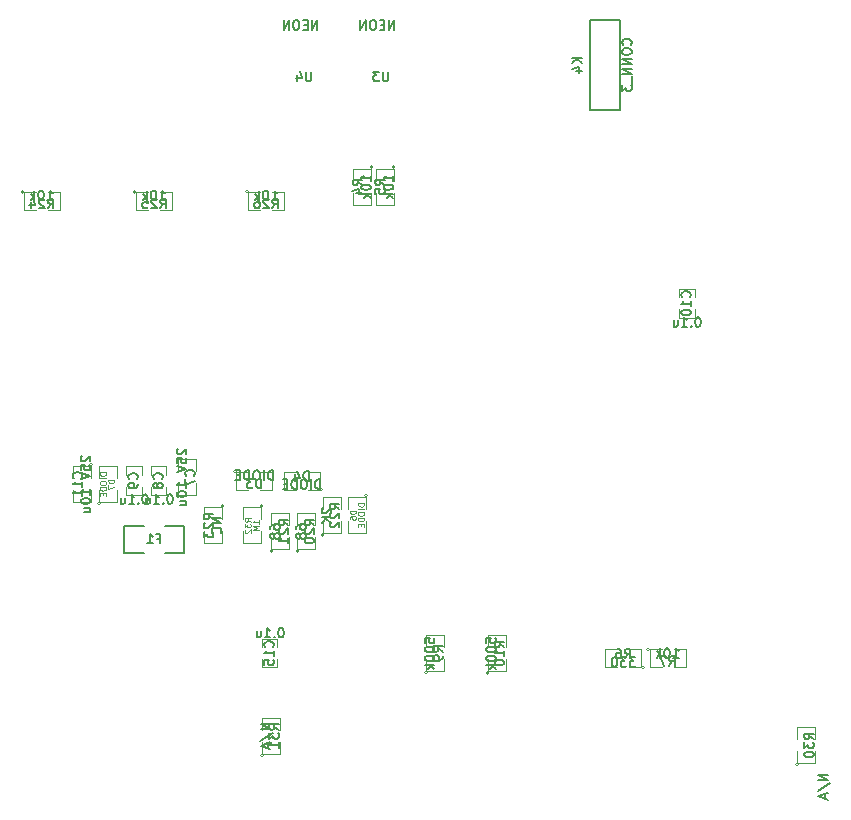
<source format=gbo>
G04 (created by PCBNEW (2013-07-07 BZR 4022)-stable) date 2014/09/07 1:12:15*
%MOIN*%
G04 Gerber Fmt 3.4, Leading zero omitted, Abs format*
%FSLAX34Y34*%
G01*
G70*
G90*
G04 APERTURE LIST*
%ADD10C,0.00590551*%
%ADD11C,0.005*%
%ADD12C,0.0039*%
%ADD13C,0.0047*%
%ADD14C,0.0043*%
G04 APERTURE END LIST*
G54D10*
G54D11*
X45062Y-42182D02*
X45062Y-41282D01*
X45062Y-41282D02*
X45712Y-41282D01*
X46412Y-42182D02*
X47062Y-42182D01*
X47062Y-42182D02*
X47062Y-41282D01*
X47062Y-41282D02*
X46412Y-41282D01*
X45712Y-42182D02*
X45062Y-42182D01*
G54D12*
X67545Y-49232D02*
G75*
G03X67545Y-49232I-50J0D01*
G74*
G01*
X67495Y-48782D02*
X67495Y-49182D01*
X67495Y-49182D02*
X68095Y-49182D01*
X68095Y-49182D02*
X68095Y-48782D01*
X68095Y-48382D02*
X68095Y-47982D01*
X68095Y-47982D02*
X67495Y-47982D01*
X67495Y-47982D02*
X67495Y-48382D01*
X51738Y-41575D02*
G75*
G03X51738Y-41575I-50J0D01*
G74*
G01*
X51688Y-41125D02*
X51688Y-41525D01*
X51688Y-41525D02*
X52288Y-41525D01*
X52288Y-41525D02*
X52288Y-41125D01*
X52288Y-40725D02*
X52288Y-40325D01*
X52288Y-40325D02*
X51688Y-40325D01*
X51688Y-40325D02*
X51688Y-40725D01*
X46915Y-40295D02*
G75*
G03X46915Y-40295I-50J0D01*
G74*
G01*
X46865Y-39845D02*
X46865Y-40245D01*
X46865Y-40245D02*
X47465Y-40245D01*
X47465Y-40245D02*
X47465Y-39845D01*
X47465Y-39445D02*
X47465Y-39045D01*
X47465Y-39045D02*
X46865Y-39045D01*
X46865Y-39045D02*
X46865Y-39445D01*
X44011Y-39231D02*
G75*
G03X44011Y-39231I-50J0D01*
G74*
G01*
X43961Y-39681D02*
X43961Y-39281D01*
X43961Y-39281D02*
X43361Y-39281D01*
X43361Y-39281D02*
X43361Y-39681D01*
X43361Y-40081D02*
X43361Y-40481D01*
X43361Y-40481D02*
X43961Y-40481D01*
X43961Y-40481D02*
X43961Y-40081D01*
X50891Y-42106D02*
G75*
G03X50891Y-42106I-50J0D01*
G74*
G01*
X50841Y-41656D02*
X50841Y-42056D01*
X50841Y-42056D02*
X51441Y-42056D01*
X51441Y-42056D02*
X51441Y-41656D01*
X51441Y-41256D02*
X51441Y-40856D01*
X51441Y-40856D02*
X50841Y-40856D01*
X50841Y-40856D02*
X50841Y-41256D01*
X50025Y-42106D02*
G75*
G03X50025Y-42106I-50J0D01*
G74*
G01*
X49975Y-41656D02*
X49975Y-42056D01*
X49975Y-42056D02*
X50575Y-42056D01*
X50575Y-42056D02*
X50575Y-41656D01*
X50575Y-41256D02*
X50575Y-40856D01*
X50575Y-40856D02*
X49975Y-40856D01*
X49975Y-40856D02*
X49975Y-41256D01*
X48381Y-40609D02*
G75*
G03X48381Y-40609I-50J0D01*
G74*
G01*
X48331Y-41059D02*
X48331Y-40659D01*
X48331Y-40659D02*
X47731Y-40659D01*
X47731Y-40659D02*
X47731Y-41059D01*
X47731Y-41459D02*
X47731Y-41859D01*
X47731Y-41859D02*
X48331Y-41859D01*
X48331Y-41859D02*
X48331Y-41459D01*
X51684Y-40063D02*
G75*
G03X51684Y-40063I-50J0D01*
G74*
G01*
X51184Y-40063D02*
X51584Y-40063D01*
X51584Y-40063D02*
X51584Y-39463D01*
X51584Y-39463D02*
X51184Y-39463D01*
X50784Y-39463D02*
X50384Y-39463D01*
X50384Y-39463D02*
X50384Y-40063D01*
X50384Y-40063D02*
X50784Y-40063D01*
X49710Y-48917D02*
G75*
G03X49710Y-48917I-50J0D01*
G74*
G01*
X49660Y-48467D02*
X49660Y-48867D01*
X49660Y-48867D02*
X50260Y-48867D01*
X50260Y-48867D02*
X50260Y-48467D01*
X50260Y-48067D02*
X50260Y-47667D01*
X50260Y-47667D02*
X49660Y-47667D01*
X49660Y-47667D02*
X49660Y-48067D01*
X53351Y-29310D02*
G75*
G03X53351Y-29310I-50J0D01*
G74*
G01*
X53301Y-29760D02*
X53301Y-29360D01*
X53301Y-29360D02*
X52701Y-29360D01*
X52701Y-29360D02*
X52701Y-29760D01*
X52701Y-30160D02*
X52701Y-30560D01*
X52701Y-30560D02*
X53301Y-30560D01*
X53301Y-30560D02*
X53301Y-30160D01*
X54100Y-29310D02*
G75*
G03X54100Y-29310I-50J0D01*
G74*
G01*
X54050Y-29760D02*
X54050Y-29360D01*
X54050Y-29360D02*
X53450Y-29360D01*
X53450Y-29360D02*
X53450Y-29760D01*
X53450Y-30160D02*
X53450Y-30560D01*
X53450Y-30560D02*
X54050Y-30560D01*
X54050Y-30560D02*
X54050Y-30160D01*
X62579Y-45388D02*
G75*
G03X62579Y-45388I-50J0D01*
G74*
G01*
X62979Y-45388D02*
X62579Y-45388D01*
X62579Y-45388D02*
X62579Y-45988D01*
X62579Y-45988D02*
X62979Y-45988D01*
X63379Y-45988D02*
X63779Y-45988D01*
X63779Y-45988D02*
X63779Y-45388D01*
X63779Y-45388D02*
X63379Y-45388D01*
X41722Y-30133D02*
G75*
G03X41722Y-30133I-50J0D01*
G74*
G01*
X42122Y-30133D02*
X41722Y-30133D01*
X41722Y-30133D02*
X41722Y-30733D01*
X41722Y-30733D02*
X42122Y-30733D01*
X42522Y-30733D02*
X42922Y-30733D01*
X42922Y-30733D02*
X42922Y-30133D01*
X42922Y-30133D02*
X42522Y-30133D01*
X55181Y-46163D02*
G75*
G03X55181Y-46163I-50J0D01*
G74*
G01*
X55131Y-45713D02*
X55131Y-46113D01*
X55131Y-46113D02*
X55731Y-46113D01*
X55731Y-46113D02*
X55731Y-45713D01*
X55731Y-45313D02*
X55731Y-44913D01*
X55731Y-44913D02*
X55131Y-44913D01*
X55131Y-44913D02*
X55131Y-45313D01*
X57228Y-46163D02*
G75*
G03X57228Y-46163I-50J0D01*
G74*
G01*
X57178Y-45713D02*
X57178Y-46113D01*
X57178Y-46113D02*
X57778Y-46113D01*
X57778Y-46113D02*
X57778Y-45713D01*
X57778Y-45313D02*
X57778Y-44913D01*
X57778Y-44913D02*
X57178Y-44913D01*
X57178Y-44913D02*
X57178Y-45313D01*
X45462Y-30133D02*
G75*
G03X45462Y-30133I-50J0D01*
G74*
G01*
X45862Y-30133D02*
X45462Y-30133D01*
X45462Y-30133D02*
X45462Y-30733D01*
X45462Y-30733D02*
X45862Y-30733D01*
X46262Y-30733D02*
X46662Y-30733D01*
X46662Y-30733D02*
X46662Y-30133D01*
X46662Y-30133D02*
X46262Y-30133D01*
X49203Y-30133D02*
G75*
G03X49203Y-30133I-50J0D01*
G74*
G01*
X49603Y-30133D02*
X49203Y-30133D01*
X49203Y-30133D02*
X49203Y-30733D01*
X49203Y-30733D02*
X49603Y-30733D01*
X50003Y-30733D02*
X50403Y-30733D01*
X50403Y-30733D02*
X50403Y-30133D01*
X50403Y-30133D02*
X50003Y-30133D01*
X62402Y-45988D02*
G75*
G03X62402Y-45988I-50J0D01*
G74*
G01*
X61902Y-45988D02*
X62302Y-45988D01*
X62302Y-45988D02*
X62302Y-45388D01*
X62302Y-45388D02*
X61902Y-45388D01*
X61502Y-45388D02*
X61102Y-45388D01*
X61102Y-45388D02*
X61102Y-45988D01*
X61102Y-45988D02*
X61502Y-45988D01*
X48809Y-39463D02*
G75*
G03X48809Y-39463I-50J0D01*
G74*
G01*
X49209Y-39463D02*
X48809Y-39463D01*
X48809Y-39463D02*
X48809Y-40063D01*
X48809Y-40063D02*
X49209Y-40063D01*
X49609Y-40063D02*
X50009Y-40063D01*
X50009Y-40063D02*
X50009Y-39463D01*
X50009Y-39463D02*
X49609Y-39463D01*
G54D13*
X45964Y-39566D02*
X45964Y-39291D01*
X45964Y-39960D02*
X45964Y-40235D01*
X46476Y-39566D02*
X46476Y-39291D01*
X46476Y-40235D02*
X46476Y-39960D01*
X46470Y-39291D02*
X45970Y-39291D01*
X45970Y-40235D02*
X46470Y-40235D01*
X45137Y-39566D02*
X45137Y-39291D01*
X45137Y-39960D02*
X45137Y-40235D01*
X45649Y-39566D02*
X45649Y-39291D01*
X45649Y-40235D02*
X45649Y-39960D01*
X45643Y-39291D02*
X45143Y-39291D01*
X45143Y-40235D02*
X45643Y-40235D01*
X50175Y-45710D02*
X50175Y-45985D01*
X50175Y-45316D02*
X50175Y-45041D01*
X49663Y-45710D02*
X49663Y-45985D01*
X49663Y-45041D02*
X49663Y-45316D01*
X49669Y-45985D02*
X50169Y-45985D01*
X50169Y-45041D02*
X49669Y-45041D01*
X63565Y-33658D02*
X63565Y-33383D01*
X63565Y-34052D02*
X63565Y-34327D01*
X64077Y-33658D02*
X64077Y-33383D01*
X64077Y-34327D02*
X64077Y-34052D01*
X64071Y-33383D02*
X63571Y-33383D01*
X63571Y-34327D02*
X64071Y-34327D01*
G54D10*
X60602Y-24405D02*
X60602Y-27405D01*
X60602Y-27405D02*
X61602Y-27405D01*
X61602Y-27405D02*
X61602Y-24405D01*
X61602Y-24405D02*
X60602Y-24405D01*
G54D12*
X53184Y-40255D02*
G75*
G03X53184Y-40255I-50J0D01*
G74*
G01*
X53134Y-40705D02*
X53134Y-40305D01*
X53134Y-40305D02*
X52534Y-40305D01*
X52534Y-40305D02*
X52534Y-40705D01*
X52534Y-41105D02*
X52534Y-41505D01*
X52534Y-41505D02*
X53134Y-41505D01*
X53134Y-41505D02*
X53134Y-41105D01*
X44277Y-40531D02*
G75*
G03X44277Y-40531I-50J0D01*
G74*
G01*
X44227Y-40081D02*
X44227Y-40481D01*
X44227Y-40481D02*
X44827Y-40481D01*
X44827Y-40481D02*
X44827Y-40081D01*
X44827Y-39681D02*
X44827Y-39281D01*
X44827Y-39281D02*
X44227Y-39281D01*
X44227Y-39281D02*
X44227Y-39681D01*
X49680Y-40609D02*
G75*
G03X49680Y-40609I-50J0D01*
G74*
G01*
X49630Y-41059D02*
X49630Y-40659D01*
X49630Y-40659D02*
X49030Y-40659D01*
X49030Y-40659D02*
X49030Y-41059D01*
X49030Y-41459D02*
X49030Y-41859D01*
X49030Y-41859D02*
X49630Y-41859D01*
X49630Y-41859D02*
X49630Y-41459D01*
G54D10*
X46167Y-41694D02*
X46272Y-41694D01*
X46272Y-41859D02*
X46272Y-41544D01*
X46122Y-41544D01*
X45838Y-41859D02*
X46017Y-41859D01*
X45928Y-41859D02*
X45928Y-41544D01*
X45958Y-41589D01*
X45988Y-41619D01*
X46017Y-41634D01*
X68047Y-48380D02*
X67897Y-48275D01*
X68047Y-48200D02*
X67732Y-48200D01*
X67732Y-48320D01*
X67747Y-48350D01*
X67762Y-48365D01*
X67792Y-48380D01*
X67837Y-48380D01*
X67867Y-48365D01*
X67882Y-48350D01*
X67897Y-48320D01*
X67897Y-48200D01*
X67732Y-48485D02*
X67732Y-48680D01*
X67852Y-48575D01*
X67852Y-48620D01*
X67867Y-48650D01*
X67882Y-48665D01*
X67912Y-48680D01*
X67987Y-48680D01*
X68017Y-48665D01*
X68032Y-48650D01*
X68047Y-48620D01*
X68047Y-48530D01*
X68032Y-48500D01*
X68017Y-48485D01*
X67732Y-48875D02*
X67732Y-48905D01*
X67747Y-48935D01*
X67762Y-48950D01*
X67792Y-48965D01*
X67852Y-48980D01*
X67927Y-48980D01*
X67987Y-48965D01*
X68017Y-48950D01*
X68032Y-48935D01*
X68047Y-48905D01*
X68047Y-48875D01*
X68032Y-48845D01*
X68017Y-48830D01*
X67987Y-48815D01*
X67927Y-48800D01*
X67852Y-48800D01*
X67792Y-48815D01*
X67762Y-48830D01*
X67747Y-48845D01*
X67732Y-48875D01*
X68513Y-49570D02*
X68198Y-49570D01*
X68513Y-49750D01*
X68198Y-49750D01*
X68183Y-50125D02*
X68588Y-49855D01*
X68423Y-50215D02*
X68423Y-50365D01*
X68513Y-50185D02*
X68198Y-50290D01*
X68513Y-50395D01*
X52240Y-40722D02*
X52090Y-40617D01*
X52240Y-40542D02*
X51925Y-40542D01*
X51925Y-40662D01*
X51940Y-40692D01*
X51955Y-40707D01*
X51985Y-40722D01*
X52030Y-40722D01*
X52060Y-40707D01*
X52075Y-40692D01*
X52090Y-40662D01*
X52090Y-40542D01*
X51955Y-40842D02*
X51940Y-40857D01*
X51925Y-40887D01*
X51925Y-40962D01*
X51940Y-40992D01*
X51955Y-41007D01*
X51985Y-41022D01*
X52015Y-41022D01*
X52060Y-41007D01*
X52240Y-40827D01*
X52240Y-41022D01*
X51955Y-41142D02*
X51940Y-41157D01*
X51925Y-41187D01*
X51925Y-41262D01*
X51940Y-41292D01*
X51955Y-41307D01*
X51985Y-41322D01*
X52015Y-41322D01*
X52060Y-41307D01*
X52240Y-41127D01*
X52240Y-41322D01*
X51680Y-40677D02*
X51665Y-40692D01*
X51650Y-40722D01*
X51650Y-40797D01*
X51665Y-40827D01*
X51680Y-40842D01*
X51710Y-40857D01*
X51740Y-40857D01*
X51785Y-40842D01*
X51965Y-40662D01*
X51965Y-40857D01*
X51965Y-40992D02*
X51650Y-40992D01*
X51965Y-41172D02*
X51785Y-41037D01*
X51650Y-41172D02*
X51830Y-40992D01*
X47387Y-39593D02*
X47402Y-39578D01*
X47417Y-39533D01*
X47417Y-39503D01*
X47402Y-39458D01*
X47372Y-39428D01*
X47342Y-39413D01*
X47282Y-39398D01*
X47237Y-39398D01*
X47177Y-39413D01*
X47147Y-39428D01*
X47117Y-39458D01*
X47102Y-39503D01*
X47102Y-39533D01*
X47117Y-39578D01*
X47132Y-39593D01*
X47102Y-39698D02*
X47102Y-39908D01*
X47417Y-39773D01*
X46857Y-38708D02*
X46842Y-38723D01*
X46827Y-38753D01*
X46827Y-38828D01*
X46842Y-38858D01*
X46857Y-38873D01*
X46887Y-38888D01*
X46917Y-38888D01*
X46962Y-38873D01*
X47142Y-38693D01*
X47142Y-38888D01*
X46827Y-39173D02*
X46827Y-39023D01*
X46977Y-39008D01*
X46962Y-39023D01*
X46947Y-39053D01*
X46947Y-39128D01*
X46962Y-39158D01*
X46977Y-39173D01*
X47007Y-39188D01*
X47082Y-39188D01*
X47112Y-39173D01*
X47127Y-39158D01*
X47142Y-39128D01*
X47142Y-39053D01*
X47127Y-39023D01*
X47112Y-39008D01*
X46827Y-39278D02*
X47142Y-39383D01*
X46827Y-39488D01*
X47142Y-39998D02*
X47142Y-39818D01*
X47142Y-39908D02*
X46827Y-39908D01*
X46872Y-39878D01*
X46902Y-39848D01*
X46917Y-39818D01*
X46827Y-40193D02*
X46827Y-40223D01*
X46842Y-40253D01*
X46857Y-40268D01*
X46887Y-40283D01*
X46947Y-40298D01*
X47022Y-40298D01*
X47082Y-40283D01*
X47112Y-40268D01*
X47127Y-40253D01*
X47142Y-40223D01*
X47142Y-40193D01*
X47127Y-40163D01*
X47112Y-40148D01*
X47082Y-40133D01*
X47022Y-40118D01*
X46947Y-40118D01*
X46887Y-40133D01*
X46857Y-40148D01*
X46842Y-40163D01*
X46827Y-40193D01*
X46932Y-40568D02*
X47142Y-40568D01*
X46932Y-40433D02*
X47097Y-40433D01*
X47127Y-40448D01*
X47142Y-40478D01*
X47142Y-40523D01*
X47127Y-40553D01*
X47112Y-40568D01*
X43633Y-39679D02*
X43648Y-39664D01*
X43663Y-39619D01*
X43663Y-39589D01*
X43648Y-39544D01*
X43618Y-39514D01*
X43588Y-39499D01*
X43528Y-39484D01*
X43483Y-39484D01*
X43423Y-39499D01*
X43393Y-39514D01*
X43363Y-39544D01*
X43348Y-39589D01*
X43348Y-39619D01*
X43363Y-39664D01*
X43378Y-39679D01*
X43663Y-39979D02*
X43663Y-39799D01*
X43663Y-39889D02*
X43348Y-39889D01*
X43393Y-39859D01*
X43423Y-39829D01*
X43438Y-39799D01*
X43663Y-40279D02*
X43663Y-40099D01*
X43663Y-40189D02*
X43348Y-40189D01*
X43393Y-40159D01*
X43423Y-40129D01*
X43438Y-40099D01*
X43653Y-38944D02*
X43638Y-38959D01*
X43623Y-38989D01*
X43623Y-39064D01*
X43638Y-39094D01*
X43653Y-39109D01*
X43683Y-39124D01*
X43713Y-39124D01*
X43758Y-39109D01*
X43938Y-38929D01*
X43938Y-39124D01*
X43623Y-39409D02*
X43623Y-39259D01*
X43773Y-39244D01*
X43758Y-39259D01*
X43743Y-39289D01*
X43743Y-39364D01*
X43758Y-39394D01*
X43773Y-39409D01*
X43803Y-39424D01*
X43878Y-39424D01*
X43908Y-39409D01*
X43923Y-39394D01*
X43938Y-39364D01*
X43938Y-39289D01*
X43923Y-39259D01*
X43908Y-39244D01*
X43623Y-39514D02*
X43938Y-39619D01*
X43623Y-39724D01*
X43938Y-40234D02*
X43938Y-40054D01*
X43938Y-40144D02*
X43623Y-40144D01*
X43668Y-40114D01*
X43698Y-40084D01*
X43713Y-40054D01*
X43623Y-40429D02*
X43623Y-40459D01*
X43638Y-40489D01*
X43653Y-40504D01*
X43683Y-40519D01*
X43743Y-40534D01*
X43818Y-40534D01*
X43878Y-40519D01*
X43908Y-40504D01*
X43923Y-40489D01*
X43938Y-40459D01*
X43938Y-40429D01*
X43923Y-40399D01*
X43908Y-40384D01*
X43878Y-40369D01*
X43818Y-40354D01*
X43743Y-40354D01*
X43683Y-40369D01*
X43653Y-40384D01*
X43638Y-40399D01*
X43623Y-40429D01*
X43728Y-40804D02*
X43938Y-40804D01*
X43728Y-40669D02*
X43893Y-40669D01*
X43923Y-40684D01*
X43938Y-40714D01*
X43938Y-40759D01*
X43923Y-40789D01*
X43908Y-40804D01*
X51394Y-41254D02*
X51244Y-41149D01*
X51394Y-41074D02*
X51079Y-41074D01*
X51079Y-41194D01*
X51094Y-41224D01*
X51109Y-41239D01*
X51139Y-41254D01*
X51184Y-41254D01*
X51214Y-41239D01*
X51229Y-41224D01*
X51244Y-41194D01*
X51244Y-41074D01*
X51109Y-41374D02*
X51094Y-41389D01*
X51079Y-41419D01*
X51079Y-41494D01*
X51094Y-41524D01*
X51109Y-41539D01*
X51139Y-41554D01*
X51169Y-41554D01*
X51214Y-41539D01*
X51394Y-41359D01*
X51394Y-41554D01*
X51079Y-41749D02*
X51079Y-41779D01*
X51094Y-41809D01*
X51109Y-41824D01*
X51139Y-41839D01*
X51199Y-41854D01*
X51274Y-41854D01*
X51334Y-41839D01*
X51364Y-41824D01*
X51379Y-41809D01*
X51394Y-41779D01*
X51394Y-41749D01*
X51379Y-41719D01*
X51364Y-41704D01*
X51334Y-41689D01*
X51274Y-41674D01*
X51199Y-41674D01*
X51139Y-41689D01*
X51109Y-41704D01*
X51094Y-41719D01*
X51079Y-41749D01*
X50804Y-41366D02*
X50804Y-41306D01*
X50819Y-41276D01*
X50834Y-41261D01*
X50879Y-41231D01*
X50939Y-41216D01*
X51059Y-41216D01*
X51089Y-41231D01*
X51104Y-41246D01*
X51119Y-41276D01*
X51119Y-41336D01*
X51104Y-41366D01*
X51089Y-41381D01*
X51059Y-41396D01*
X50984Y-41396D01*
X50954Y-41381D01*
X50939Y-41366D01*
X50924Y-41336D01*
X50924Y-41276D01*
X50939Y-41246D01*
X50954Y-41231D01*
X50984Y-41216D01*
X50939Y-41576D02*
X50924Y-41546D01*
X50909Y-41531D01*
X50879Y-41516D01*
X50864Y-41516D01*
X50834Y-41531D01*
X50819Y-41546D01*
X50804Y-41576D01*
X50804Y-41636D01*
X50819Y-41666D01*
X50834Y-41681D01*
X50864Y-41696D01*
X50879Y-41696D01*
X50909Y-41681D01*
X50924Y-41666D01*
X50939Y-41636D01*
X50939Y-41576D01*
X50954Y-41546D01*
X50969Y-41531D01*
X50999Y-41516D01*
X51059Y-41516D01*
X51089Y-41531D01*
X51104Y-41546D01*
X51119Y-41576D01*
X51119Y-41636D01*
X51104Y-41666D01*
X51089Y-41681D01*
X51059Y-41696D01*
X50999Y-41696D01*
X50969Y-41681D01*
X50954Y-41666D01*
X50939Y-41636D01*
X50528Y-41254D02*
X50378Y-41149D01*
X50528Y-41074D02*
X50213Y-41074D01*
X50213Y-41194D01*
X50228Y-41224D01*
X50243Y-41239D01*
X50273Y-41254D01*
X50318Y-41254D01*
X50348Y-41239D01*
X50363Y-41224D01*
X50378Y-41194D01*
X50378Y-41074D01*
X50243Y-41374D02*
X50228Y-41389D01*
X50213Y-41419D01*
X50213Y-41494D01*
X50228Y-41524D01*
X50243Y-41539D01*
X50273Y-41554D01*
X50303Y-41554D01*
X50348Y-41539D01*
X50528Y-41359D01*
X50528Y-41554D01*
X50528Y-41854D02*
X50528Y-41674D01*
X50528Y-41764D02*
X50213Y-41764D01*
X50258Y-41734D01*
X50288Y-41704D01*
X50303Y-41674D01*
X49938Y-41366D02*
X49938Y-41306D01*
X49953Y-41276D01*
X49968Y-41261D01*
X50013Y-41231D01*
X50073Y-41216D01*
X50193Y-41216D01*
X50223Y-41231D01*
X50238Y-41246D01*
X50253Y-41276D01*
X50253Y-41336D01*
X50238Y-41366D01*
X50223Y-41381D01*
X50193Y-41396D01*
X50118Y-41396D01*
X50088Y-41381D01*
X50073Y-41366D01*
X50058Y-41336D01*
X50058Y-41276D01*
X50073Y-41246D01*
X50088Y-41231D01*
X50118Y-41216D01*
X50073Y-41576D02*
X50058Y-41546D01*
X50043Y-41531D01*
X50013Y-41516D01*
X49998Y-41516D01*
X49968Y-41531D01*
X49953Y-41546D01*
X49938Y-41576D01*
X49938Y-41636D01*
X49953Y-41666D01*
X49968Y-41681D01*
X49998Y-41696D01*
X50013Y-41696D01*
X50043Y-41681D01*
X50058Y-41666D01*
X50073Y-41636D01*
X50073Y-41576D01*
X50088Y-41546D01*
X50103Y-41531D01*
X50133Y-41516D01*
X50193Y-41516D01*
X50223Y-41531D01*
X50238Y-41546D01*
X50253Y-41576D01*
X50253Y-41636D01*
X50238Y-41666D01*
X50223Y-41681D01*
X50193Y-41696D01*
X50133Y-41696D01*
X50103Y-41681D01*
X50088Y-41666D01*
X50073Y-41636D01*
X48033Y-41057D02*
X47883Y-40952D01*
X48033Y-40877D02*
X47719Y-40877D01*
X47719Y-40997D01*
X47734Y-41027D01*
X47749Y-41042D01*
X47779Y-41057D01*
X47824Y-41057D01*
X47854Y-41042D01*
X47869Y-41027D01*
X47883Y-40997D01*
X47883Y-40877D01*
X47749Y-41177D02*
X47734Y-41192D01*
X47719Y-41222D01*
X47719Y-41297D01*
X47734Y-41327D01*
X47749Y-41342D01*
X47779Y-41357D01*
X47809Y-41357D01*
X47854Y-41342D01*
X48033Y-41162D01*
X48033Y-41357D01*
X47719Y-41462D02*
X47719Y-41657D01*
X47839Y-41552D01*
X47839Y-41597D01*
X47854Y-41627D01*
X47869Y-41642D01*
X47898Y-41657D01*
X47973Y-41657D01*
X48003Y-41642D01*
X48018Y-41627D01*
X48033Y-41597D01*
X48033Y-41507D01*
X48018Y-41477D01*
X48003Y-41462D01*
X48308Y-41012D02*
X47994Y-41012D01*
X48308Y-41192D01*
X47994Y-41192D01*
X48278Y-41522D02*
X48293Y-41507D01*
X48308Y-41462D01*
X48308Y-41432D01*
X48293Y-41387D01*
X48263Y-41357D01*
X48233Y-41342D01*
X48173Y-41327D01*
X48129Y-41327D01*
X48069Y-41342D01*
X48039Y-41357D01*
X48009Y-41387D01*
X47994Y-41432D01*
X47994Y-41462D01*
X48009Y-41507D01*
X48024Y-41522D01*
X51216Y-39766D02*
X51216Y-39451D01*
X51141Y-39451D01*
X51096Y-39466D01*
X51066Y-39496D01*
X51051Y-39526D01*
X51036Y-39586D01*
X51036Y-39631D01*
X51051Y-39691D01*
X51066Y-39721D01*
X51096Y-39751D01*
X51141Y-39766D01*
X51216Y-39766D01*
X50766Y-39556D02*
X50766Y-39766D01*
X50841Y-39436D02*
X50916Y-39661D01*
X50721Y-39661D01*
X51606Y-40041D02*
X51606Y-39726D01*
X51531Y-39726D01*
X51486Y-39741D01*
X51456Y-39771D01*
X51441Y-39801D01*
X51426Y-39861D01*
X51426Y-39906D01*
X51441Y-39966D01*
X51456Y-39996D01*
X51486Y-40026D01*
X51531Y-40041D01*
X51606Y-40041D01*
X51291Y-40041D02*
X51291Y-39726D01*
X51081Y-39726D02*
X51021Y-39726D01*
X50991Y-39741D01*
X50961Y-39771D01*
X50946Y-39831D01*
X50946Y-39936D01*
X50961Y-39996D01*
X50991Y-40026D01*
X51021Y-40041D01*
X51081Y-40041D01*
X51111Y-40026D01*
X51141Y-39996D01*
X51156Y-39936D01*
X51156Y-39831D01*
X51141Y-39771D01*
X51111Y-39741D01*
X51081Y-39726D01*
X50811Y-40041D02*
X50811Y-39726D01*
X50736Y-39726D01*
X50691Y-39741D01*
X50661Y-39771D01*
X50646Y-39801D01*
X50631Y-39861D01*
X50631Y-39906D01*
X50646Y-39966D01*
X50661Y-39996D01*
X50691Y-40026D01*
X50736Y-40041D01*
X50811Y-40041D01*
X50496Y-39876D02*
X50391Y-39876D01*
X50346Y-40041D02*
X50496Y-40041D01*
X50496Y-39726D01*
X50346Y-39726D01*
X50213Y-48065D02*
X50063Y-47960D01*
X50213Y-47885D02*
X49898Y-47885D01*
X49898Y-48005D01*
X49913Y-48035D01*
X49928Y-48050D01*
X49958Y-48065D01*
X50003Y-48065D01*
X50033Y-48050D01*
X50048Y-48035D01*
X50063Y-48005D01*
X50063Y-47885D01*
X49898Y-48170D02*
X49898Y-48365D01*
X50018Y-48260D01*
X50018Y-48305D01*
X50033Y-48335D01*
X50048Y-48350D01*
X50078Y-48365D01*
X50153Y-48365D01*
X50183Y-48350D01*
X50198Y-48335D01*
X50213Y-48305D01*
X50213Y-48215D01*
X50198Y-48185D01*
X50183Y-48170D01*
X50213Y-48665D02*
X50213Y-48485D01*
X50213Y-48575D02*
X49898Y-48575D01*
X49943Y-48545D01*
X49973Y-48515D01*
X49988Y-48485D01*
X49938Y-47877D02*
X49623Y-47877D01*
X49938Y-48057D01*
X49623Y-48057D01*
X49608Y-48432D02*
X50013Y-48162D01*
X49848Y-48522D02*
X49848Y-48672D01*
X49938Y-48492D02*
X49623Y-48597D01*
X49938Y-48702D01*
X53004Y-29908D02*
X52854Y-29803D01*
X53004Y-29728D02*
X52689Y-29728D01*
X52689Y-29848D01*
X52704Y-29878D01*
X52719Y-29893D01*
X52749Y-29908D01*
X52794Y-29908D01*
X52824Y-29893D01*
X52839Y-29878D01*
X52854Y-29848D01*
X52854Y-29728D01*
X52794Y-30178D02*
X53004Y-30178D01*
X52674Y-30103D02*
X52899Y-30028D01*
X52899Y-30223D01*
X53279Y-29773D02*
X53279Y-29593D01*
X53279Y-29683D02*
X52964Y-29683D01*
X53009Y-29653D01*
X53039Y-29623D01*
X53054Y-29593D01*
X52964Y-29968D02*
X52964Y-29998D01*
X52979Y-30028D01*
X52994Y-30043D01*
X53024Y-30058D01*
X53084Y-30073D01*
X53159Y-30073D01*
X53219Y-30058D01*
X53249Y-30043D01*
X53264Y-30028D01*
X53279Y-29998D01*
X53279Y-29968D01*
X53264Y-29938D01*
X53249Y-29923D01*
X53219Y-29908D01*
X53159Y-29893D01*
X53084Y-29893D01*
X53024Y-29908D01*
X52994Y-29923D01*
X52979Y-29938D01*
X52964Y-29968D01*
X53279Y-30208D02*
X52964Y-30208D01*
X53159Y-30238D02*
X53279Y-30328D01*
X53069Y-30328D02*
X53189Y-30208D01*
X53752Y-29908D02*
X53602Y-29803D01*
X53752Y-29728D02*
X53437Y-29728D01*
X53437Y-29848D01*
X53452Y-29878D01*
X53467Y-29893D01*
X53497Y-29908D01*
X53542Y-29908D01*
X53572Y-29893D01*
X53587Y-29878D01*
X53602Y-29848D01*
X53602Y-29728D01*
X53437Y-30193D02*
X53437Y-30043D01*
X53587Y-30028D01*
X53572Y-30043D01*
X53557Y-30073D01*
X53557Y-30148D01*
X53572Y-30178D01*
X53587Y-30193D01*
X53617Y-30208D01*
X53692Y-30208D01*
X53722Y-30193D01*
X53737Y-30178D01*
X53752Y-30148D01*
X53752Y-30073D01*
X53737Y-30043D01*
X53722Y-30028D01*
X54027Y-29773D02*
X54027Y-29593D01*
X54027Y-29683D02*
X53712Y-29683D01*
X53757Y-29653D01*
X53787Y-29623D01*
X53802Y-29593D01*
X53712Y-29968D02*
X53712Y-29998D01*
X53727Y-30028D01*
X53742Y-30043D01*
X53772Y-30058D01*
X53832Y-30073D01*
X53907Y-30073D01*
X53967Y-30058D01*
X53997Y-30043D01*
X54012Y-30028D01*
X54027Y-29998D01*
X54027Y-29968D01*
X54012Y-29938D01*
X53997Y-29923D01*
X53967Y-29908D01*
X53907Y-29893D01*
X53832Y-29893D01*
X53772Y-29908D01*
X53742Y-29923D01*
X53727Y-29938D01*
X53712Y-29968D01*
X54027Y-30208D02*
X53712Y-30208D01*
X53907Y-30238D02*
X54027Y-30328D01*
X53817Y-30328D02*
X53937Y-30208D01*
X63231Y-45941D02*
X63336Y-45791D01*
X63411Y-45941D02*
X63411Y-45626D01*
X63291Y-45626D01*
X63261Y-45641D01*
X63246Y-45656D01*
X63231Y-45686D01*
X63231Y-45731D01*
X63246Y-45761D01*
X63261Y-45776D01*
X63291Y-45791D01*
X63411Y-45791D01*
X63126Y-45626D02*
X62916Y-45626D01*
X63051Y-45941D01*
X63366Y-45666D02*
X63546Y-45666D01*
X63456Y-45666D02*
X63456Y-45351D01*
X63486Y-45396D01*
X63516Y-45426D01*
X63546Y-45441D01*
X63171Y-45351D02*
X63141Y-45351D01*
X63111Y-45366D01*
X63096Y-45381D01*
X63081Y-45411D01*
X63066Y-45471D01*
X63066Y-45546D01*
X63081Y-45606D01*
X63096Y-45636D01*
X63111Y-45651D01*
X63141Y-45666D01*
X63171Y-45666D01*
X63201Y-45651D01*
X63216Y-45636D01*
X63231Y-45606D01*
X63246Y-45546D01*
X63246Y-45471D01*
X63231Y-45411D01*
X63216Y-45381D01*
X63201Y-45366D01*
X63171Y-45351D01*
X62931Y-45666D02*
X62931Y-45351D01*
X62901Y-45546D02*
X62811Y-45666D01*
X62811Y-45456D02*
X62931Y-45576D01*
X42525Y-30685D02*
X42630Y-30535D01*
X42705Y-30685D02*
X42705Y-30370D01*
X42585Y-30370D01*
X42555Y-30385D01*
X42540Y-30400D01*
X42525Y-30430D01*
X42525Y-30475D01*
X42540Y-30505D01*
X42555Y-30520D01*
X42585Y-30535D01*
X42705Y-30535D01*
X42405Y-30400D02*
X42390Y-30385D01*
X42360Y-30370D01*
X42285Y-30370D01*
X42255Y-30385D01*
X42240Y-30400D01*
X42225Y-30430D01*
X42225Y-30460D01*
X42240Y-30505D01*
X42420Y-30685D01*
X42225Y-30685D01*
X41955Y-30475D02*
X41955Y-30685D01*
X42030Y-30355D02*
X42105Y-30580D01*
X41910Y-30580D01*
X42510Y-30410D02*
X42690Y-30410D01*
X42600Y-30410D02*
X42600Y-30095D01*
X42630Y-30140D01*
X42660Y-30170D01*
X42690Y-30185D01*
X42315Y-30095D02*
X42285Y-30095D01*
X42255Y-30110D01*
X42240Y-30125D01*
X42225Y-30155D01*
X42210Y-30215D01*
X42210Y-30290D01*
X42225Y-30350D01*
X42240Y-30380D01*
X42255Y-30395D01*
X42285Y-30410D01*
X42315Y-30410D01*
X42345Y-30395D01*
X42360Y-30380D01*
X42375Y-30350D01*
X42390Y-30290D01*
X42390Y-30215D01*
X42375Y-30155D01*
X42360Y-30125D01*
X42345Y-30110D01*
X42315Y-30095D01*
X42075Y-30410D02*
X42075Y-30095D01*
X42045Y-30290D02*
X41955Y-30410D01*
X41955Y-30200D02*
X42075Y-30320D01*
X55683Y-45460D02*
X55533Y-45355D01*
X55683Y-45280D02*
X55369Y-45280D01*
X55369Y-45400D01*
X55384Y-45430D01*
X55399Y-45445D01*
X55429Y-45460D01*
X55474Y-45460D01*
X55504Y-45445D01*
X55519Y-45430D01*
X55533Y-45400D01*
X55533Y-45280D01*
X55683Y-45610D02*
X55683Y-45670D01*
X55668Y-45700D01*
X55653Y-45715D01*
X55608Y-45745D01*
X55548Y-45760D01*
X55429Y-45760D01*
X55399Y-45745D01*
X55384Y-45730D01*
X55369Y-45700D01*
X55369Y-45640D01*
X55384Y-45610D01*
X55399Y-45595D01*
X55429Y-45580D01*
X55504Y-45580D01*
X55533Y-45595D01*
X55548Y-45610D01*
X55563Y-45640D01*
X55563Y-45700D01*
X55548Y-45730D01*
X55533Y-45745D01*
X55504Y-45760D01*
X55094Y-45160D02*
X55094Y-45010D01*
X55244Y-44995D01*
X55229Y-45010D01*
X55214Y-45040D01*
X55214Y-45115D01*
X55229Y-45145D01*
X55244Y-45160D01*
X55273Y-45175D01*
X55348Y-45175D01*
X55378Y-45160D01*
X55393Y-45145D01*
X55408Y-45115D01*
X55408Y-45040D01*
X55393Y-45010D01*
X55378Y-44995D01*
X55094Y-45370D02*
X55094Y-45400D01*
X55109Y-45430D01*
X55124Y-45445D01*
X55154Y-45460D01*
X55214Y-45475D01*
X55288Y-45475D01*
X55348Y-45460D01*
X55378Y-45445D01*
X55393Y-45430D01*
X55408Y-45400D01*
X55408Y-45370D01*
X55393Y-45340D01*
X55378Y-45325D01*
X55348Y-45310D01*
X55288Y-45295D01*
X55214Y-45295D01*
X55154Y-45310D01*
X55124Y-45325D01*
X55109Y-45340D01*
X55094Y-45370D01*
X55094Y-45670D02*
X55094Y-45700D01*
X55109Y-45730D01*
X55124Y-45745D01*
X55154Y-45760D01*
X55214Y-45775D01*
X55288Y-45775D01*
X55348Y-45760D01*
X55378Y-45745D01*
X55393Y-45730D01*
X55408Y-45700D01*
X55408Y-45670D01*
X55393Y-45640D01*
X55378Y-45625D01*
X55348Y-45610D01*
X55288Y-45595D01*
X55214Y-45595D01*
X55154Y-45610D01*
X55124Y-45625D01*
X55109Y-45640D01*
X55094Y-45670D01*
X55408Y-45910D02*
X55094Y-45910D01*
X55288Y-45940D02*
X55408Y-46030D01*
X55199Y-46030D02*
X55318Y-45910D01*
X57731Y-45310D02*
X57581Y-45205D01*
X57731Y-45130D02*
X57416Y-45130D01*
X57416Y-45250D01*
X57431Y-45280D01*
X57446Y-45295D01*
X57476Y-45310D01*
X57521Y-45310D01*
X57551Y-45295D01*
X57566Y-45280D01*
X57581Y-45250D01*
X57581Y-45130D01*
X57731Y-45610D02*
X57731Y-45430D01*
X57731Y-45520D02*
X57416Y-45520D01*
X57461Y-45490D01*
X57491Y-45460D01*
X57506Y-45430D01*
X57416Y-45805D02*
X57416Y-45835D01*
X57431Y-45865D01*
X57446Y-45880D01*
X57476Y-45895D01*
X57536Y-45910D01*
X57611Y-45910D01*
X57671Y-45895D01*
X57701Y-45880D01*
X57716Y-45865D01*
X57731Y-45835D01*
X57731Y-45805D01*
X57716Y-45775D01*
X57701Y-45760D01*
X57671Y-45745D01*
X57611Y-45730D01*
X57536Y-45730D01*
X57476Y-45745D01*
X57446Y-45760D01*
X57431Y-45775D01*
X57416Y-45805D01*
X57141Y-45160D02*
X57141Y-45010D01*
X57291Y-44995D01*
X57276Y-45010D01*
X57261Y-45040D01*
X57261Y-45115D01*
X57276Y-45145D01*
X57291Y-45160D01*
X57321Y-45175D01*
X57396Y-45175D01*
X57426Y-45160D01*
X57441Y-45145D01*
X57456Y-45115D01*
X57456Y-45040D01*
X57441Y-45010D01*
X57426Y-44995D01*
X57141Y-45370D02*
X57141Y-45400D01*
X57156Y-45430D01*
X57171Y-45445D01*
X57201Y-45460D01*
X57261Y-45475D01*
X57336Y-45475D01*
X57396Y-45460D01*
X57426Y-45445D01*
X57441Y-45430D01*
X57456Y-45400D01*
X57456Y-45370D01*
X57441Y-45340D01*
X57426Y-45325D01*
X57396Y-45310D01*
X57336Y-45295D01*
X57261Y-45295D01*
X57201Y-45310D01*
X57171Y-45325D01*
X57156Y-45340D01*
X57141Y-45370D01*
X57141Y-45670D02*
X57141Y-45700D01*
X57156Y-45730D01*
X57171Y-45745D01*
X57201Y-45760D01*
X57261Y-45775D01*
X57336Y-45775D01*
X57396Y-45760D01*
X57426Y-45745D01*
X57441Y-45730D01*
X57456Y-45700D01*
X57456Y-45670D01*
X57441Y-45640D01*
X57426Y-45625D01*
X57396Y-45610D01*
X57336Y-45595D01*
X57261Y-45595D01*
X57201Y-45610D01*
X57171Y-45625D01*
X57156Y-45640D01*
X57141Y-45670D01*
X57456Y-45910D02*
X57141Y-45910D01*
X57336Y-45940D02*
X57456Y-46030D01*
X57246Y-46030D02*
X57366Y-45910D01*
X46265Y-30685D02*
X46370Y-30535D01*
X46445Y-30685D02*
X46445Y-30370D01*
X46325Y-30370D01*
X46295Y-30385D01*
X46280Y-30400D01*
X46265Y-30430D01*
X46265Y-30475D01*
X46280Y-30505D01*
X46295Y-30520D01*
X46325Y-30535D01*
X46445Y-30535D01*
X46145Y-30400D02*
X46130Y-30385D01*
X46100Y-30370D01*
X46025Y-30370D01*
X45995Y-30385D01*
X45980Y-30400D01*
X45965Y-30430D01*
X45965Y-30460D01*
X45980Y-30505D01*
X46160Y-30685D01*
X45965Y-30685D01*
X45680Y-30370D02*
X45830Y-30370D01*
X45845Y-30520D01*
X45830Y-30505D01*
X45800Y-30490D01*
X45725Y-30490D01*
X45695Y-30505D01*
X45680Y-30520D01*
X45665Y-30550D01*
X45665Y-30625D01*
X45680Y-30655D01*
X45695Y-30670D01*
X45725Y-30685D01*
X45800Y-30685D01*
X45830Y-30670D01*
X45845Y-30655D01*
X46250Y-30410D02*
X46430Y-30410D01*
X46340Y-30410D02*
X46340Y-30095D01*
X46370Y-30140D01*
X46400Y-30170D01*
X46430Y-30185D01*
X46055Y-30095D02*
X46025Y-30095D01*
X45995Y-30110D01*
X45980Y-30125D01*
X45965Y-30155D01*
X45950Y-30215D01*
X45950Y-30290D01*
X45965Y-30350D01*
X45980Y-30380D01*
X45995Y-30395D01*
X46025Y-30410D01*
X46055Y-30410D01*
X46085Y-30395D01*
X46100Y-30380D01*
X46115Y-30350D01*
X46130Y-30290D01*
X46130Y-30215D01*
X46115Y-30155D01*
X46100Y-30125D01*
X46085Y-30110D01*
X46055Y-30095D01*
X45815Y-30410D02*
X45815Y-30095D01*
X45785Y-30290D02*
X45695Y-30410D01*
X45695Y-30200D02*
X45815Y-30320D01*
X50005Y-30685D02*
X50110Y-30535D01*
X50185Y-30685D02*
X50185Y-30370D01*
X50065Y-30370D01*
X50035Y-30385D01*
X50020Y-30400D01*
X50005Y-30430D01*
X50005Y-30475D01*
X50020Y-30505D01*
X50035Y-30520D01*
X50065Y-30535D01*
X50185Y-30535D01*
X49885Y-30400D02*
X49870Y-30385D01*
X49840Y-30370D01*
X49765Y-30370D01*
X49735Y-30385D01*
X49720Y-30400D01*
X49705Y-30430D01*
X49705Y-30460D01*
X49720Y-30505D01*
X49900Y-30685D01*
X49705Y-30685D01*
X49435Y-30370D02*
X49495Y-30370D01*
X49525Y-30385D01*
X49540Y-30400D01*
X49570Y-30445D01*
X49585Y-30505D01*
X49585Y-30625D01*
X49570Y-30655D01*
X49555Y-30670D01*
X49525Y-30685D01*
X49465Y-30685D01*
X49435Y-30670D01*
X49420Y-30655D01*
X49405Y-30625D01*
X49405Y-30550D01*
X49420Y-30520D01*
X49435Y-30505D01*
X49465Y-30490D01*
X49525Y-30490D01*
X49555Y-30505D01*
X49570Y-30520D01*
X49585Y-30550D01*
X49990Y-30410D02*
X50170Y-30410D01*
X50080Y-30410D02*
X50080Y-30095D01*
X50110Y-30140D01*
X50140Y-30170D01*
X50170Y-30185D01*
X49795Y-30095D02*
X49765Y-30095D01*
X49735Y-30110D01*
X49720Y-30125D01*
X49705Y-30155D01*
X49690Y-30215D01*
X49690Y-30290D01*
X49705Y-30350D01*
X49720Y-30380D01*
X49735Y-30395D01*
X49765Y-30410D01*
X49795Y-30410D01*
X49825Y-30395D01*
X49840Y-30380D01*
X49855Y-30350D01*
X49870Y-30290D01*
X49870Y-30215D01*
X49855Y-30155D01*
X49840Y-30125D01*
X49825Y-30110D01*
X49795Y-30095D01*
X49555Y-30410D02*
X49555Y-30095D01*
X49525Y-30290D02*
X49435Y-30410D01*
X49435Y-30200D02*
X49555Y-30320D01*
X61755Y-45691D02*
X61860Y-45541D01*
X61935Y-45691D02*
X61935Y-45376D01*
X61815Y-45376D01*
X61785Y-45391D01*
X61770Y-45406D01*
X61755Y-45436D01*
X61755Y-45481D01*
X61770Y-45511D01*
X61785Y-45526D01*
X61815Y-45541D01*
X61935Y-45541D01*
X61485Y-45376D02*
X61545Y-45376D01*
X61575Y-45391D01*
X61590Y-45406D01*
X61620Y-45451D01*
X61635Y-45511D01*
X61635Y-45631D01*
X61620Y-45661D01*
X61605Y-45676D01*
X61575Y-45691D01*
X61515Y-45691D01*
X61485Y-45676D01*
X61470Y-45661D01*
X61455Y-45631D01*
X61455Y-45556D01*
X61470Y-45526D01*
X61485Y-45511D01*
X61515Y-45496D01*
X61575Y-45496D01*
X61605Y-45511D01*
X61620Y-45526D01*
X61635Y-45556D01*
X62107Y-45651D02*
X61912Y-45651D01*
X62017Y-45771D01*
X61972Y-45771D01*
X61942Y-45786D01*
X61927Y-45801D01*
X61912Y-45831D01*
X61912Y-45906D01*
X61927Y-45936D01*
X61942Y-45951D01*
X61972Y-45966D01*
X62062Y-45966D01*
X62092Y-45951D01*
X62107Y-45936D01*
X61807Y-45651D02*
X61612Y-45651D01*
X61717Y-45771D01*
X61672Y-45771D01*
X61642Y-45786D01*
X61627Y-45801D01*
X61612Y-45831D01*
X61612Y-45906D01*
X61627Y-45936D01*
X61642Y-45951D01*
X61672Y-45966D01*
X61762Y-45966D01*
X61792Y-45951D01*
X61807Y-45936D01*
X61417Y-45651D02*
X61387Y-45651D01*
X61357Y-45666D01*
X61342Y-45681D01*
X61327Y-45711D01*
X61312Y-45771D01*
X61312Y-45846D01*
X61327Y-45906D01*
X61342Y-45936D01*
X61357Y-45951D01*
X61387Y-45966D01*
X61417Y-45966D01*
X61447Y-45951D01*
X61462Y-45936D01*
X61477Y-45906D01*
X61492Y-45846D01*
X61492Y-45771D01*
X61477Y-45711D01*
X61462Y-45681D01*
X61447Y-45666D01*
X61417Y-45651D01*
X49641Y-40016D02*
X49641Y-39701D01*
X49566Y-39701D01*
X49521Y-39716D01*
X49491Y-39746D01*
X49476Y-39776D01*
X49461Y-39836D01*
X49461Y-39881D01*
X49476Y-39941D01*
X49491Y-39971D01*
X49521Y-40001D01*
X49566Y-40016D01*
X49641Y-40016D01*
X49356Y-39701D02*
X49161Y-39701D01*
X49266Y-39821D01*
X49221Y-39821D01*
X49191Y-39836D01*
X49176Y-39851D01*
X49161Y-39881D01*
X49161Y-39956D01*
X49176Y-39986D01*
X49191Y-40001D01*
X49221Y-40016D01*
X49311Y-40016D01*
X49341Y-40001D01*
X49356Y-39986D01*
X50031Y-39741D02*
X50031Y-39426D01*
X49956Y-39426D01*
X49911Y-39441D01*
X49881Y-39471D01*
X49866Y-39501D01*
X49851Y-39561D01*
X49851Y-39606D01*
X49866Y-39666D01*
X49881Y-39696D01*
X49911Y-39726D01*
X49956Y-39741D01*
X50031Y-39741D01*
X49716Y-39741D02*
X49716Y-39426D01*
X49506Y-39426D02*
X49446Y-39426D01*
X49416Y-39441D01*
X49386Y-39471D01*
X49371Y-39531D01*
X49371Y-39636D01*
X49386Y-39696D01*
X49416Y-39726D01*
X49446Y-39741D01*
X49506Y-39741D01*
X49536Y-39726D01*
X49566Y-39696D01*
X49581Y-39636D01*
X49581Y-39531D01*
X49566Y-39471D01*
X49536Y-39441D01*
X49506Y-39426D01*
X49236Y-39741D02*
X49236Y-39426D01*
X49161Y-39426D01*
X49116Y-39441D01*
X49086Y-39471D01*
X49071Y-39501D01*
X49056Y-39561D01*
X49056Y-39606D01*
X49071Y-39666D01*
X49086Y-39696D01*
X49116Y-39726D01*
X49161Y-39741D01*
X49236Y-39741D01*
X48922Y-39576D02*
X48817Y-39576D01*
X48772Y-39741D02*
X48922Y-39741D01*
X48922Y-39426D01*
X48772Y-39426D01*
X46317Y-39711D02*
X46332Y-39696D01*
X46347Y-39651D01*
X46347Y-39621D01*
X46332Y-39576D01*
X46302Y-39546D01*
X46272Y-39531D01*
X46212Y-39516D01*
X46167Y-39516D01*
X46107Y-39531D01*
X46077Y-39546D01*
X46047Y-39576D01*
X46032Y-39621D01*
X46032Y-39651D01*
X46047Y-39696D01*
X46062Y-39711D01*
X46167Y-39891D02*
X46152Y-39861D01*
X46137Y-39846D01*
X46107Y-39831D01*
X46092Y-39831D01*
X46062Y-39846D01*
X46047Y-39861D01*
X46032Y-39891D01*
X46032Y-39951D01*
X46047Y-39981D01*
X46062Y-39996D01*
X46092Y-40011D01*
X46107Y-40011D01*
X46137Y-39996D01*
X46152Y-39981D01*
X46167Y-39951D01*
X46167Y-39891D01*
X46182Y-39861D01*
X46197Y-39846D01*
X46227Y-39831D01*
X46287Y-39831D01*
X46317Y-39846D01*
X46332Y-39861D01*
X46347Y-39891D01*
X46347Y-39951D01*
X46332Y-39981D01*
X46317Y-39996D01*
X46287Y-40011D01*
X46227Y-40011D01*
X46197Y-39996D01*
X46182Y-39981D01*
X46167Y-39951D01*
X46602Y-40226D02*
X46572Y-40226D01*
X46542Y-40241D01*
X46527Y-40256D01*
X46512Y-40286D01*
X46497Y-40346D01*
X46497Y-40421D01*
X46512Y-40481D01*
X46527Y-40511D01*
X46542Y-40526D01*
X46572Y-40541D01*
X46602Y-40541D01*
X46632Y-40526D01*
X46647Y-40511D01*
X46662Y-40481D01*
X46677Y-40421D01*
X46677Y-40346D01*
X46662Y-40286D01*
X46647Y-40256D01*
X46632Y-40241D01*
X46602Y-40226D01*
X46362Y-40511D02*
X46347Y-40526D01*
X46362Y-40541D01*
X46377Y-40526D01*
X46362Y-40511D01*
X46362Y-40541D01*
X46047Y-40541D02*
X46227Y-40541D01*
X46137Y-40541D02*
X46137Y-40226D01*
X46167Y-40271D01*
X46197Y-40301D01*
X46227Y-40316D01*
X45778Y-40331D02*
X45778Y-40541D01*
X45913Y-40331D02*
X45913Y-40496D01*
X45898Y-40526D01*
X45868Y-40541D01*
X45823Y-40541D01*
X45793Y-40526D01*
X45778Y-40511D01*
X45491Y-39711D02*
X45506Y-39696D01*
X45521Y-39651D01*
X45521Y-39621D01*
X45506Y-39576D01*
X45476Y-39546D01*
X45446Y-39531D01*
X45386Y-39516D01*
X45341Y-39516D01*
X45281Y-39531D01*
X45251Y-39546D01*
X45221Y-39576D01*
X45206Y-39621D01*
X45206Y-39651D01*
X45221Y-39696D01*
X45236Y-39711D01*
X45521Y-39861D02*
X45521Y-39921D01*
X45506Y-39951D01*
X45491Y-39966D01*
X45446Y-39996D01*
X45386Y-40011D01*
X45266Y-40011D01*
X45236Y-39996D01*
X45221Y-39981D01*
X45206Y-39951D01*
X45206Y-39891D01*
X45221Y-39861D01*
X45236Y-39846D01*
X45266Y-39831D01*
X45341Y-39831D01*
X45371Y-39846D01*
X45386Y-39861D01*
X45401Y-39891D01*
X45401Y-39951D01*
X45386Y-39981D01*
X45371Y-39996D01*
X45341Y-40011D01*
X45776Y-40226D02*
X45746Y-40226D01*
X45716Y-40241D01*
X45701Y-40256D01*
X45686Y-40286D01*
X45671Y-40346D01*
X45671Y-40421D01*
X45686Y-40481D01*
X45701Y-40511D01*
X45716Y-40526D01*
X45746Y-40541D01*
X45776Y-40541D01*
X45806Y-40526D01*
X45821Y-40511D01*
X45836Y-40481D01*
X45851Y-40421D01*
X45851Y-40346D01*
X45836Y-40286D01*
X45821Y-40256D01*
X45806Y-40241D01*
X45776Y-40226D01*
X45536Y-40511D02*
X45521Y-40526D01*
X45536Y-40541D01*
X45551Y-40526D01*
X45536Y-40511D01*
X45536Y-40541D01*
X45221Y-40541D02*
X45401Y-40541D01*
X45311Y-40541D02*
X45311Y-40226D01*
X45341Y-40271D01*
X45371Y-40301D01*
X45401Y-40316D01*
X44951Y-40331D02*
X44951Y-40541D01*
X45086Y-40331D02*
X45086Y-40496D01*
X45071Y-40526D01*
X45041Y-40541D01*
X44996Y-40541D01*
X44966Y-40526D01*
X44951Y-40511D01*
X50017Y-45310D02*
X50032Y-45295D01*
X50047Y-45250D01*
X50047Y-45220D01*
X50032Y-45175D01*
X50002Y-45145D01*
X49972Y-45130D01*
X49912Y-45115D01*
X49867Y-45115D01*
X49807Y-45130D01*
X49777Y-45145D01*
X49747Y-45175D01*
X49732Y-45220D01*
X49732Y-45250D01*
X49747Y-45295D01*
X49762Y-45310D01*
X50047Y-45610D02*
X50047Y-45430D01*
X50047Y-45520D02*
X49732Y-45520D01*
X49777Y-45490D01*
X49807Y-45460D01*
X49822Y-45430D01*
X49732Y-45895D02*
X49732Y-45745D01*
X49882Y-45730D01*
X49867Y-45745D01*
X49852Y-45775D01*
X49852Y-45850D01*
X49867Y-45880D01*
X49882Y-45895D01*
X49912Y-45910D01*
X49987Y-45910D01*
X50017Y-45895D01*
X50032Y-45880D01*
X50047Y-45850D01*
X50047Y-45775D01*
X50032Y-45745D01*
X50017Y-45730D01*
X50302Y-44675D02*
X50272Y-44675D01*
X50242Y-44690D01*
X50227Y-44705D01*
X50212Y-44735D01*
X50197Y-44795D01*
X50197Y-44870D01*
X50212Y-44930D01*
X50227Y-44960D01*
X50242Y-44975D01*
X50272Y-44990D01*
X50302Y-44990D01*
X50332Y-44975D01*
X50347Y-44960D01*
X50362Y-44930D01*
X50377Y-44870D01*
X50377Y-44795D01*
X50362Y-44735D01*
X50347Y-44705D01*
X50332Y-44690D01*
X50302Y-44675D01*
X50062Y-44960D02*
X50047Y-44975D01*
X50062Y-44990D01*
X50077Y-44975D01*
X50062Y-44960D01*
X50062Y-44990D01*
X49747Y-44990D02*
X49927Y-44990D01*
X49837Y-44990D02*
X49837Y-44675D01*
X49867Y-44720D01*
X49897Y-44750D01*
X49927Y-44765D01*
X49477Y-44780D02*
X49477Y-44990D01*
X49612Y-44780D02*
X49612Y-44945D01*
X49597Y-44975D01*
X49567Y-44990D01*
X49522Y-44990D01*
X49492Y-44975D01*
X49477Y-44960D01*
X63919Y-33652D02*
X63934Y-33637D01*
X63949Y-33592D01*
X63949Y-33562D01*
X63934Y-33517D01*
X63904Y-33487D01*
X63874Y-33472D01*
X63814Y-33457D01*
X63769Y-33457D01*
X63709Y-33472D01*
X63679Y-33487D01*
X63649Y-33517D01*
X63634Y-33562D01*
X63634Y-33592D01*
X63649Y-33637D01*
X63664Y-33652D01*
X63949Y-33952D02*
X63949Y-33772D01*
X63949Y-33862D02*
X63634Y-33862D01*
X63679Y-33832D01*
X63709Y-33802D01*
X63724Y-33772D01*
X63634Y-34147D02*
X63634Y-34177D01*
X63649Y-34207D01*
X63664Y-34222D01*
X63694Y-34237D01*
X63754Y-34252D01*
X63829Y-34252D01*
X63889Y-34237D01*
X63919Y-34222D01*
X63934Y-34207D01*
X63949Y-34177D01*
X63949Y-34147D01*
X63934Y-34117D01*
X63919Y-34102D01*
X63889Y-34087D01*
X63829Y-34072D01*
X63754Y-34072D01*
X63694Y-34087D01*
X63664Y-34102D01*
X63649Y-34117D01*
X63634Y-34147D01*
X64204Y-34317D02*
X64174Y-34317D01*
X64144Y-34332D01*
X64129Y-34347D01*
X64114Y-34377D01*
X64099Y-34437D01*
X64099Y-34512D01*
X64114Y-34572D01*
X64129Y-34602D01*
X64144Y-34617D01*
X64174Y-34632D01*
X64204Y-34632D01*
X64234Y-34617D01*
X64249Y-34602D01*
X64264Y-34572D01*
X64279Y-34512D01*
X64279Y-34437D01*
X64264Y-34377D01*
X64249Y-34347D01*
X64234Y-34332D01*
X64204Y-34317D01*
X63964Y-34602D02*
X63949Y-34617D01*
X63964Y-34632D01*
X63979Y-34617D01*
X63964Y-34602D01*
X63964Y-34632D01*
X63649Y-34632D02*
X63829Y-34632D01*
X63739Y-34632D02*
X63739Y-34317D01*
X63769Y-34362D01*
X63799Y-34392D01*
X63829Y-34407D01*
X63379Y-34422D02*
X63379Y-34632D01*
X63514Y-34422D02*
X63514Y-34587D01*
X63499Y-34617D01*
X63469Y-34632D01*
X63424Y-34632D01*
X63394Y-34617D01*
X63379Y-34602D01*
X53862Y-26127D02*
X53862Y-26382D01*
X53847Y-26412D01*
X53832Y-26427D01*
X53802Y-26442D01*
X53742Y-26442D01*
X53712Y-26427D01*
X53697Y-26412D01*
X53682Y-26382D01*
X53682Y-26127D01*
X53562Y-26127D02*
X53367Y-26127D01*
X53472Y-26247D01*
X53427Y-26247D01*
X53397Y-26262D01*
X53382Y-26277D01*
X53367Y-26307D01*
X53367Y-26382D01*
X53382Y-26412D01*
X53397Y-26427D01*
X53427Y-26442D01*
X53517Y-26442D01*
X53547Y-26427D01*
X53562Y-26412D01*
X54066Y-24733D02*
X54066Y-24418D01*
X53886Y-24733D01*
X53886Y-24418D01*
X53736Y-24568D02*
X53631Y-24568D01*
X53586Y-24733D02*
X53736Y-24733D01*
X53736Y-24418D01*
X53586Y-24418D01*
X53391Y-24418D02*
X53331Y-24418D01*
X53301Y-24433D01*
X53271Y-24463D01*
X53256Y-24523D01*
X53256Y-24628D01*
X53271Y-24688D01*
X53301Y-24718D01*
X53331Y-24733D01*
X53391Y-24733D01*
X53421Y-24718D01*
X53451Y-24688D01*
X53466Y-24628D01*
X53466Y-24523D01*
X53451Y-24463D01*
X53421Y-24433D01*
X53391Y-24418D01*
X53121Y-24733D02*
X53121Y-24418D01*
X52941Y-24733D01*
X52941Y-24418D01*
X51302Y-26127D02*
X51302Y-26382D01*
X51287Y-26412D01*
X51272Y-26427D01*
X51242Y-26442D01*
X51182Y-26442D01*
X51152Y-26427D01*
X51137Y-26412D01*
X51122Y-26382D01*
X51122Y-26127D01*
X50838Y-26232D02*
X50838Y-26442D01*
X50913Y-26112D02*
X50988Y-26337D01*
X50793Y-26337D01*
X51507Y-24733D02*
X51507Y-24418D01*
X51327Y-24733D01*
X51327Y-24418D01*
X51177Y-24568D02*
X51072Y-24568D01*
X51027Y-24733D02*
X51177Y-24733D01*
X51177Y-24418D01*
X51027Y-24418D01*
X50832Y-24418D02*
X50772Y-24418D01*
X50742Y-24433D01*
X50712Y-24463D01*
X50697Y-24523D01*
X50697Y-24628D01*
X50712Y-24688D01*
X50742Y-24718D01*
X50772Y-24733D01*
X50832Y-24733D01*
X50862Y-24718D01*
X50892Y-24688D01*
X50907Y-24628D01*
X50907Y-24523D01*
X50892Y-24463D01*
X50862Y-24433D01*
X50832Y-24418D01*
X50562Y-24733D02*
X50562Y-24418D01*
X50382Y-24733D01*
X50382Y-24418D01*
X60324Y-25673D02*
X60009Y-25673D01*
X60324Y-25853D02*
X60144Y-25718D01*
X60009Y-25853D02*
X60189Y-25673D01*
X60114Y-26122D02*
X60324Y-26122D01*
X59994Y-26047D02*
X60219Y-25973D01*
X60219Y-26167D01*
X61947Y-25238D02*
X61962Y-25223D01*
X61977Y-25178D01*
X61977Y-25148D01*
X61962Y-25103D01*
X61932Y-25073D01*
X61902Y-25058D01*
X61842Y-25043D01*
X61797Y-25043D01*
X61737Y-25058D01*
X61707Y-25073D01*
X61677Y-25103D01*
X61662Y-25148D01*
X61662Y-25178D01*
X61677Y-25223D01*
X61692Y-25238D01*
X61662Y-25433D02*
X61662Y-25493D01*
X61677Y-25523D01*
X61707Y-25553D01*
X61767Y-25568D01*
X61872Y-25568D01*
X61932Y-25553D01*
X61962Y-25523D01*
X61977Y-25493D01*
X61977Y-25433D01*
X61962Y-25403D01*
X61932Y-25373D01*
X61872Y-25358D01*
X61767Y-25358D01*
X61707Y-25373D01*
X61677Y-25403D01*
X61662Y-25433D01*
X61977Y-25703D02*
X61662Y-25703D01*
X61977Y-25883D01*
X61662Y-25883D01*
X61977Y-26032D02*
X61662Y-26032D01*
X61977Y-26212D01*
X61662Y-26212D01*
X62007Y-26287D02*
X62007Y-26527D01*
X61662Y-26572D02*
X61662Y-26767D01*
X61782Y-26662D01*
X61782Y-26707D01*
X61797Y-26737D01*
X61812Y-26752D01*
X61842Y-26767D01*
X61917Y-26767D01*
X61947Y-26752D01*
X61962Y-26737D01*
X61977Y-26707D01*
X61977Y-26617D01*
X61962Y-26587D01*
X61947Y-26572D01*
G54D14*
X52789Y-40760D02*
X52592Y-40760D01*
X52592Y-40807D01*
X52601Y-40835D01*
X52620Y-40853D01*
X52639Y-40863D01*
X52676Y-40872D01*
X52704Y-40872D01*
X52742Y-40863D01*
X52761Y-40853D01*
X52780Y-40835D01*
X52789Y-40807D01*
X52789Y-40760D01*
X52592Y-41041D02*
X52592Y-41004D01*
X52601Y-40985D01*
X52611Y-40975D01*
X52639Y-40957D01*
X52676Y-40947D01*
X52751Y-40947D01*
X52770Y-40957D01*
X52780Y-40966D01*
X52789Y-40985D01*
X52789Y-41022D01*
X52780Y-41041D01*
X52770Y-41050D01*
X52751Y-41060D01*
X52704Y-41060D01*
X52686Y-41050D01*
X52676Y-41041D01*
X52667Y-41022D01*
X52667Y-40985D01*
X52676Y-40966D01*
X52686Y-40957D01*
X52704Y-40947D01*
X53064Y-40516D02*
X52867Y-40516D01*
X52867Y-40563D01*
X52876Y-40591D01*
X52895Y-40610D01*
X52914Y-40619D01*
X52951Y-40628D01*
X52979Y-40628D01*
X53017Y-40619D01*
X53036Y-40610D01*
X53055Y-40591D01*
X53064Y-40563D01*
X53064Y-40516D01*
X53064Y-40713D02*
X52867Y-40713D01*
X52867Y-40844D02*
X52867Y-40882D01*
X52876Y-40900D01*
X52895Y-40919D01*
X52933Y-40928D01*
X52998Y-40928D01*
X53036Y-40919D01*
X53055Y-40900D01*
X53064Y-40882D01*
X53064Y-40844D01*
X53055Y-40825D01*
X53036Y-40807D01*
X52998Y-40797D01*
X52933Y-40797D01*
X52895Y-40807D01*
X52876Y-40825D01*
X52867Y-40844D01*
X53064Y-41013D02*
X52867Y-41013D01*
X52867Y-41060D01*
X52876Y-41088D01*
X52895Y-41107D01*
X52914Y-41116D01*
X52951Y-41125D01*
X52979Y-41125D01*
X53017Y-41116D01*
X53036Y-41107D01*
X53055Y-41088D01*
X53064Y-41060D01*
X53064Y-41013D01*
X52961Y-41210D02*
X52961Y-41276D01*
X53064Y-41304D02*
X53064Y-41210D01*
X52867Y-41210D01*
X52867Y-41304D01*
X44732Y-39736D02*
X44535Y-39736D01*
X44535Y-39783D01*
X44544Y-39811D01*
X44563Y-39830D01*
X44582Y-39839D01*
X44619Y-39849D01*
X44647Y-39849D01*
X44685Y-39839D01*
X44704Y-39830D01*
X44722Y-39811D01*
X44732Y-39783D01*
X44732Y-39736D01*
X44535Y-39914D02*
X44535Y-40046D01*
X44732Y-39961D01*
X44457Y-39492D02*
X44260Y-39492D01*
X44260Y-39539D01*
X44269Y-39567D01*
X44288Y-39586D01*
X44307Y-39595D01*
X44344Y-39605D01*
X44372Y-39605D01*
X44410Y-39595D01*
X44429Y-39586D01*
X44447Y-39567D01*
X44457Y-39539D01*
X44457Y-39492D01*
X44457Y-39689D02*
X44260Y-39689D01*
X44260Y-39820D02*
X44260Y-39858D01*
X44269Y-39877D01*
X44288Y-39895D01*
X44325Y-39905D01*
X44391Y-39905D01*
X44429Y-39895D01*
X44447Y-39877D01*
X44457Y-39858D01*
X44457Y-39820D01*
X44447Y-39802D01*
X44429Y-39783D01*
X44391Y-39774D01*
X44325Y-39774D01*
X44288Y-39783D01*
X44269Y-39802D01*
X44260Y-39820D01*
X44457Y-39989D02*
X44260Y-39989D01*
X44260Y-40036D01*
X44269Y-40064D01*
X44288Y-40083D01*
X44307Y-40092D01*
X44344Y-40102D01*
X44372Y-40102D01*
X44410Y-40092D01*
X44429Y-40083D01*
X44447Y-40064D01*
X44457Y-40036D01*
X44457Y-39989D01*
X44354Y-40186D02*
X44354Y-40252D01*
X44457Y-40280D02*
X44457Y-40186D01*
X44260Y-40186D01*
X44260Y-40280D01*
X49285Y-41133D02*
X49191Y-41067D01*
X49285Y-41020D02*
X49088Y-41020D01*
X49088Y-41095D01*
X49097Y-41114D01*
X49107Y-41123D01*
X49125Y-41133D01*
X49154Y-41133D01*
X49172Y-41123D01*
X49182Y-41114D01*
X49191Y-41095D01*
X49191Y-41020D01*
X49088Y-41198D02*
X49088Y-41320D01*
X49163Y-41255D01*
X49163Y-41283D01*
X49172Y-41302D01*
X49182Y-41311D01*
X49201Y-41320D01*
X49247Y-41320D01*
X49266Y-41311D01*
X49276Y-41302D01*
X49285Y-41283D01*
X49285Y-41227D01*
X49276Y-41208D01*
X49266Y-41198D01*
X49107Y-41395D02*
X49097Y-41405D01*
X49088Y-41424D01*
X49088Y-41470D01*
X49097Y-41489D01*
X49107Y-41499D01*
X49125Y-41508D01*
X49144Y-41508D01*
X49172Y-41499D01*
X49285Y-41386D01*
X49285Y-41508D01*
X49560Y-41203D02*
X49560Y-41090D01*
X49560Y-41147D02*
X49363Y-41147D01*
X49391Y-41128D01*
X49410Y-41109D01*
X49419Y-41090D01*
X49560Y-41287D02*
X49363Y-41287D01*
X49504Y-41353D01*
X49363Y-41419D01*
X49560Y-41419D01*
M02*

</source>
